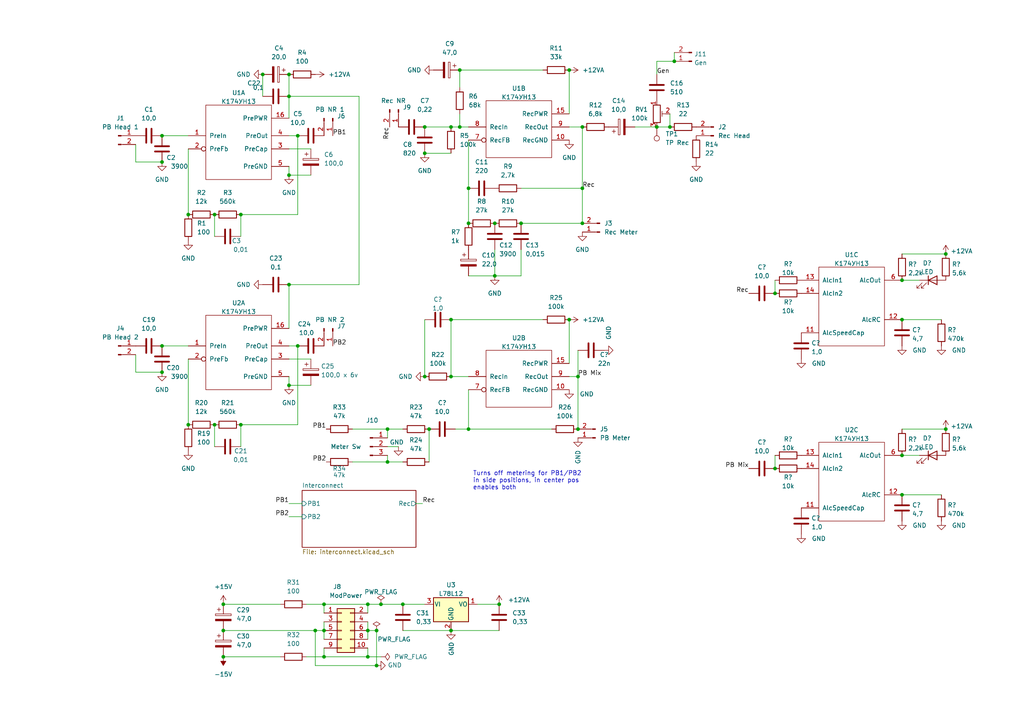
<source format=kicad_sch>
(kicad_sch (version 20211123) (generator eeschema)
  (paper "A4")
  (lib_symbols
    (symbol "Connector:Conn_01x02_Male" (pin_names (offset 1.016) hide)
      (property "Reference" "J" (at 0 2.54 0))
      (property "Value" "Conn_01x02_Male" (at 0 -5.08 0))
      (symbol "Conn_01x02_Male_1_1"
        (polyline (pts (xy 1.27 -2.54) (xy 0.8636 -2.54)) (stroke (width 0.1524)))
        (polyline (pts (xy 1.27 0) (xy 0.8636 0)) (stroke (width 0.1524)))
        (rectangle (start 0.8636 -2.413) (end 0 -2.667) (stroke (width 0.1524)) (fill (type outline)))
        (rectangle (start 0.8636 0.127) (end 0 -0.127) (stroke (width 0.1524)) (fill (type outline)))
        (pin passive line (at 5.08 0 180) (length 3.81) (name "Pin_1") (number "1"))
        (pin passive line (at 5.08 -2.54 180) (length 3.81) (name "Pin_2") (number "2"))
      )
    )
    (symbol "Connector:Conn_01x03_Male" (pin_names (offset 1.016) hide)
      (property "Reference" "J" (at 0 5.08 0))
      (property "Value" "Conn_01x03_Male" (at 0 -5.08 0))
      (symbol "Conn_01x03_Male_1_1"
        (polyline (pts (xy 1.27 -2.54) (xy 0.8636 -2.54)) (stroke (width 0.1524)))
        (polyline (pts (xy 1.27 0) (xy 0.8636 0)) (stroke (width 0.1524)))
        (polyline (pts (xy 1.27 2.54) (xy 0.8636 2.54)) (stroke (width 0.1524)))
        (rectangle (start 0.8636 -2.413) (end 0 -2.667) (stroke (width 0.1524)) (fill (type outline)))
        (rectangle (start 0.8636 0.127) (end 0 -0.127) (stroke (width 0.1524)) (fill (type outline)))
        (rectangle (start 0.8636 2.667) (end 0 2.413) (stroke (width 0.1524)) (fill (type outline)))
        (pin passive line (at 5.08 2.54 180) (length 3.81) (name "Pin_1") (number "1"))
        (pin passive line (at 5.08 0 180) (length 3.81) (name "Pin_2") (number "2"))
        (pin passive line (at 5.08 -2.54 180) (length 3.81) (name "Pin_3") (number "3"))
      )
    )
    (symbol "Connector:TestPoint" (pin_numbers hide) (pin_names (offset 0.762) hide)
      (property "Reference" "TP" (at 0 6.858 0))
      (property "Value" "TestPoint" (at 0 5.08 0))
      (symbol "TestPoint_0_1"
        (circle (center 0 3.302) (radius 0.762))
      )
      (symbol "TestPoint_1_1"
        (pin passive line (at 0 0 90) (length 2.54) (name "1") (number "1"))
      )
    )
    (symbol "Connector_Generic:Conn_02x05_Odd_Even" (pin_names (offset 1.016) hide)
      (property "Reference" "J" (at 1.27 7.62 0))
      (property "Value" "Conn_02x05_Odd_Even" (at 1.27 -7.62 0))
      (symbol "Conn_02x05_Odd_Even_1_1"
        (rectangle (start -1.27 -4.953) (end 0 -5.207) (stroke (width 0.1524)))
        (rectangle (start -1.27 -2.413) (end 0 -2.667) (stroke (width 0.1524)))
        (rectangle (start -1.27 0.127) (end 0 -0.127) (stroke (width 0.1524)))
        (rectangle (start -1.27 2.667) (end 0 2.413) (stroke (width 0.1524)))
        (rectangle (start -1.27 5.207) (end 0 4.953) (stroke (width 0.1524)))
        (rectangle (start -1.27 6.35) (end 3.81 -6.35) (stroke (width 0.254)) (fill (type background)))
        (rectangle (start 3.81 -4.953) (end 2.54 -5.207) (stroke (width 0.1524)))
        (rectangle (start 3.81 -2.413) (end 2.54 -2.667) (stroke (width 0.1524)))
        (rectangle (start 3.81 0.127) (end 2.54 -0.127) (stroke (width 0.1524)))
        (rectangle (start 3.81 2.667) (end 2.54 2.413) (stroke (width 0.1524)))
        (rectangle (start 3.81 5.207) (end 2.54 4.953) (stroke (width 0.1524)))
        (pin passive line (at -5.08 5.08 0) (length 3.81) (name "Pin_1") (number "1"))
        (pin passive line (at 7.62 -5.08 180) (length 3.81) (name "Pin_10") (number "10"))
        (pin passive line (at 7.62 5.08 180) (length 3.81) (name "Pin_2") (number "2"))
        (pin passive line (at -5.08 2.54 0) (length 3.81) (name "Pin_3") (number "3"))
        (pin passive line (at 7.62 2.54 180) (length 3.81) (name "Pin_4") (number "4"))
        (pin passive line (at -5.08 0 0) (length 3.81) (name "Pin_5") (number "5"))
        (pin passive line (at 7.62 0 180) (length 3.81) (name "Pin_6") (number "6"))
        (pin passive line (at -5.08 -2.54 0) (length 3.81) (name "Pin_7") (number "7"))
        (pin passive line (at 7.62 -2.54 180) (length 3.81) (name "Pin_8") (number "8"))
        (pin passive line (at -5.08 -5.08 0) (length 3.81) (name "Pin_9") (number "9"))
      )
    )
    (symbol "Device:C" (pin_numbers hide) (pin_names (offset 0.254))
      (property "Reference" "C" (at 0.635 2.54 0))
      (property "Value" "C" (at 0.635 -2.54 0))
      (symbol "C_0_1"
        (polyline (pts (xy -2.032 -0.762) (xy 2.032 -0.762)) (stroke (width 0.508)))
        (polyline (pts (xy -2.032 0.762) (xy 2.032 0.762)) (stroke (width 0.508)))
      )
      (symbol "C_1_1"
        (pin passive line (at 0 3.81 270) (length 2.794) (name "~") (number "1"))
        (pin passive line (at 0 -3.81 90) (length 2.794) (name "~") (number "2"))
      )
    )
    (symbol "Device:C_Polarized" (pin_numbers hide) (pin_names (offset 0.254))
      (property "Reference" "C" (at 0.635 2.54 0))
      (property "Value" "C_Polarized" (at 0.635 -2.54 0))
      (symbol "C_Polarized_0_1"
        (rectangle (start -2.286 0.508) (end 2.286 1.016))
        (polyline (pts (xy -1.778 2.286) (xy -0.762 2.286)))
        (polyline (pts (xy -1.27 2.794) (xy -1.27 1.778)))
        (rectangle (start 2.286 -0.508) (end -2.286 -1.016) (fill (type outline)))
      )
      (symbol "C_Polarized_1_1"
        (pin passive line (at 0 3.81 270) (length 2.794) (name "~") (number "1"))
        (pin passive line (at 0 -3.81 90) (length 2.794) (name "~") (number "2"))
      )
    )
    (symbol "Device:LED" (pin_numbers hide) (pin_names (offset 1.016) hide)
      (property "Reference" "D" (at 0 2.54 0))
      (property "Value" "LED" (at 0 -2.54 0))
      (symbol "LED_0_1"
        (polyline (pts (xy -1.27 -1.27) (xy -1.27 1.27)) (stroke (width 0.254)))
        (polyline (pts (xy -1.27 0) (xy 1.27 0)))
        (polyline (pts (xy 1.27 -1.27) (xy 1.27 1.27) (xy -1.27 0) (xy 1.27 -1.27)) (stroke (width 0.254)))
        (polyline (pts (xy -3.048 -0.762) (xy -4.572 -2.286) (xy -3.81 -2.286) (xy -4.572 -2.286) (xy -4.572 -1.524)))
        (polyline (pts (xy -1.778 -0.762) (xy -3.302 -2.286) (xy -2.54 -2.286) (xy -3.302 -2.286) (xy -3.302 -1.524)))
      )
      (symbol "LED_1_1"
        (pin passive line (at -3.81 0 0) (length 2.54) (name "K") (number "1"))
        (pin passive line (at 3.81 0 180) (length 2.54) (name "A") (number "2"))
      )
    )
    (symbol "Device:R" (pin_numbers hide) (pin_names (offset 0))
      (property "Reference" "R" (at 2.032 0 90))
      (property "Value" "R" (at 0 0 90))
      (symbol "R_0_1"
        (rectangle (start -1.016 -2.54) (end 1.016 2.54) (stroke (width 0.254)))
      )
      (symbol "R_1_1"
        (pin passive line (at 0 3.81 270) (length 1.27) (name "~") (number "1"))
        (pin passive line (at 0 -3.81 90) (length 1.27) (name "~") (number "2"))
      )
    )
    (symbol "Device:R_Potentiometer_Trim" (pin_names (offset 1.016) hide)
      (property "Reference" "RV" (at -4.445 0 90))
      (property "Value" "R_Potentiometer_Trim" (at -2.54 0 90))
      (symbol "R_Potentiometer_Trim_0_1"
        (polyline (pts (xy 1.524 0.762) (xy 1.524 -0.762)))
        (polyline (pts (xy 2.54 0) (xy 1.524 0)))
        (rectangle (start 1.016 2.54) (end -1.016 -2.54) (stroke (width 0.254)))
      )
      (symbol "R_Potentiometer_Trim_1_1"
        (pin passive line (at 0 3.81 270) (length 1.27) (name "1") (number "1"))
        (pin passive line (at 3.81 0 180) (length 1.27) (name "2") (number "2"))
        (pin passive line (at 0 -3.81 90) (length 1.27) (name "3") (number "3"))
      )
    )
    (symbol "Regulator_Linear:L78L12_TO92" (pin_names (offset 0.254))
      (property "Reference" "U" (at -3.81 3.175 0))
      (property "Value" "L78L12_TO92" (at 0 3.175 0))
      (symbol "L78L12_TO92_0_1"
        (rectangle (start -5.08 -5.08) (end 5.08 1.905) (stroke (width 0.254)) (fill (type background)))
      )
      (symbol "L78L12_TO92_1_1"
        (pin power_out line (at 7.62 0 180) (length 2.54) (name "VO") (number "1"))
        (pin power_in line (at 0 -7.62 90) (length 2.54) (name "GND") (number "2"))
        (pin power_in line (at -7.62 0 0) (length 2.54) (name "VI") (number "3"))
      )
    )
    (symbol "power:+12VA" (power) (pin_names (offset 0))
      (property "Value" "+12VA" (at 0 3.556 0))
      (symbol "+12VA_0_1"
        (polyline (pts (xy -0.762 1.27) (xy 0 2.54)))
        (polyline (pts (xy 0 0) (xy 0 2.54)))
        (polyline (pts (xy 0 2.54) (xy 0.762 1.27)))
      )
      (symbol "+12VA_1_1"
        (pin power_in line (at 0 0 90) (length 0) hide (name "+12VA") (number "1"))
      )
    )
    (symbol "power:+15V" (power) (pin_names (offset 0))
      (property "Value" "+15V" (at 0 3.556 0))
      (symbol "+15V_0_1"
        (polyline (pts (xy -0.762 1.27) (xy 0 2.54)))
        (polyline (pts (xy 0 0) (xy 0 2.54)))
        (polyline (pts (xy 0 2.54) (xy 0.762 1.27)))
      )
      (symbol "+15V_1_1"
        (pin power_in line (at 0 0 90) (length 0) hide (name "+15V") (number "1"))
      )
    )
    (symbol "power:-15V" (power) (pin_names (offset 0))
      (property "Value" "-15V" (at 0 3.81 0))
      (symbol "-15V_0_0"
        (pin power_in line (at 0 0 90) (length 0) hide (name "-15V") (number "1"))
      )
      (symbol "-15V_0_1"
        (polyline (pts (xy 0 0) (xy 0 1.27) (xy 0.762 1.27) (xy 0 2.54) (xy -0.762 1.27) (xy 0 1.27)) (fill (type outline)))
      )
    )
    (symbol "power:GND" (power) (pin_names (offset 0))
      (property "Value" "GND" (at 0 -3.81 0))
      (symbol "GND_0_1"
        (polyline (pts (xy 0 0) (xy 0 -1.27) (xy 1.27 -1.27) (xy 0 -2.54) (xy -1.27 -1.27) (xy 0 -1.27)))
      )
      (symbol "GND_1_1"
        (pin power_in line (at 0 0 270) (length 0) hide (name "GND") (number "1"))
      )
    )
    (symbol "power:PWR_FLAG" (power) (pin_numbers hide) (pin_names (offset 0) hide)
      (property "Value" "PWR_FLAG" (at 0 3.81 0))
      (symbol "PWR_FLAG_0_0"
        (pin power_out line (at 0 0 90) (length 0) (name "pwr") (number "1"))
      )
      (symbol "PWR_FLAG_0_1"
        (polyline (pts (xy 0 0) (xy 0 1.27) (xy -1.016 1.905) (xy 0 2.54) (xy 1.016 1.905) (xy 0 1.27)))
      )
    )
    (symbol "ussr_ic:К174УН13" (pin_names (offset 1.016))
      (property "Reference" "D" (at 0 21.59 0))
      (property "Value" "К174УН13" (at 0 19.05 0))
      (symbol "К174УН13_1_1"
        (rectangle (start -8.89 15.24) (end 10.16 -6.35))
        (pin input line (at -13.97 6.35 0) (length 5.08) (name "PreIn") (number "1"))
        (pin power_in line (at 15.24 11.43 180) (length 5.08) (name "PrePWR") (number "16"))
        (pin input inverted (at -13.97 2.54 0) (length 5.08) (name "PreFb") (number "2"))
        (pin output line (at 15.24 2.54 180) (length 5.08) (name "PreCap") (number "3"))
        (pin output line (at 15.24 6.35 180) (length 5.08) (name "PreOut") (number "4"))
        (pin power_in line (at 15.24 -2.54 180) (length 5.08) (name "PreGND") (number "5"))
      )
      (symbol "К174УН13_2_1"
        (rectangle (start 10.16 0) (end -8.89 16.51))
        (pin power_in line (at 15.24 5.08 180) (length 5.08) (name "RecGND") (number "10"))
        (pin power_in line (at 15.24 12.7 180) (length 5.08) (name "RecPWR") (number "15"))
        (pin input inverted (at -13.97 5.08 0) (length 5.08) (name "RecFB") (number "7"))
        (pin input line (at -13.97 8.89 0) (length 5.08) (name "RecIn") (number "8"))
        (pin output line (at 15.24 8.89 180) (length 5.08) (name "RecOut") (number "9"))
      )
      (symbol "К174УН13_3_1"
        (rectangle (start -8.89 15.24) (end 10.16 -7.62))
        (pin bidirectional line (at -13.97 -3.81 0) (length 5.08) (name "AlcSpeedCap") (number "11"))
        (pin output line (at 15.24 0 180) (length 5.08) (name "AlcRC") (number "12"))
        (pin input line (at -13.97 11.43 0) (length 5.08) (name "AlcIn1") (number "13"))
        (pin input line (at -13.97 7.62 0) (length 5.08) (name "AlcIn2") (number "14"))
        (pin open_collector line (at 15.24 11.43 180) (length 5.08) (name "AlcOut") (number "6"))
      )
    )
  )
  (junction (at 143.51 64.77))
  (junction (at 110.49 175.26))
  (junction (at 83.82 21.59))
  (junction (at 86.36 39.37))
  (junction (at 130.81 36.83))
  (junction (at 116.84 175.26))
  (junction (at 83.82 82.55))
  (junction (at 109.22 182.88))
  (junction (at 165.1 20.32))
  (junction (at 135.89 64.77))
  (junction (at 106.68 190.5))
  (junction (at 224.79 135.89))
  (junction (at 135.89 124.46))
  (junction (at 93.98 190.5))
  (junction (at 168.91 54.61))
  (junction (at 167.64 109.22))
  (junction (at 130.81 92.71))
  (junction (at 261.62 92.71))
  (junction (at 261.62 81.28))
  (junction (at 64.77 175.26))
  (junction (at 106.68 175.26))
  (junction (at 83.82 111.76))
  (junction (at 124.46 124.46))
  (junction (at 168.91 64.77))
  (junction (at 165.1 92.71))
  (junction (at 167.64 124.46))
  (junction (at 69.85 62.23))
  (junction (at 64.77 190.5))
  (junction (at 261.62 143.51))
  (junction (at 54.61 123.19))
  (junction (at 261.62 132.08))
  (junction (at 83.82 50.8))
  (junction (at 93.98 175.26))
  (junction (at 168.91 36.83))
  (junction (at 46.99 39.37))
  (junction (at 123.19 44.45))
  (junction (at 274.32 73.66))
  (junction (at 143.51 80.01))
  (junction (at 46.99 46.99))
  (junction (at 135.89 54.61))
  (junction (at 62.23 123.19))
  (junction (at 195.58 17.78))
  (junction (at 194.31 36.83))
  (junction (at 144.78 175.26))
  (junction (at 106.68 182.88))
  (junction (at 62.23 62.23))
  (junction (at 46.99 100.33))
  (junction (at 83.82 27.94))
  (junction (at 190.5 36.83))
  (junction (at 69.85 123.19))
  (junction (at 54.61 62.23))
  (junction (at 130.81 182.88))
  (junction (at 123.19 36.83))
  (junction (at 93.98 182.88))
  (junction (at 109.22 193.04))
  (junction (at 151.13 64.77))
  (junction (at 46.99 107.95))
  (junction (at 64.77 182.88))
  (junction (at 76.2 21.59))
  (junction (at 112.395 124.46))
  (junction (at 130.81 109.22))
  (junction (at 123.19 109.22))
  (junction (at 133.35 36.83))
  (junction (at 91.44 182.88))
  (junction (at 274.32 124.46))
  (junction (at 86.36 100.33))
  (junction (at 133.35 20.32))
  (junction (at 224.79 85.09))
  (junction (at 112.395 133.985))
  (wire (pts (xy 86.36 39.37) (xy 86.36 62.23)))
  (wire (pts (xy 106.68 182.88) (xy 106.68 185.42)))
  (wire (pts (xy 83.82 39.37) (xy 86.36 39.37)))
  (wire (pts (xy 39.37 107.95) (xy 46.99 107.95)))
  (wire (pts (xy 133.35 20.32) (xy 133.35 25.4)))
  (wire (pts (xy 168.91 64.77) (xy 168.91 54.61)))
  (wire (pts (xy 167.64 109.22) (xy 165.1 109.22)))
  (wire (pts (xy 224.79 81.28) (xy 224.79 85.09)))
  (wire (pts (xy 123.19 92.71) (xy 123.19 109.22)))
  (wire (pts (xy 151.13 64.77) (xy 168.91 64.77)))
  (wire (pts (xy 102.235 124.46) (xy 112.395 124.46)))
  (wire (pts (xy 151.13 80.01) (xy 143.51 80.01)))
  (wire (pts (xy 106.68 175.26) (xy 110.49 175.26)))
  (wire (pts (xy 151.13 54.61) (xy 168.91 54.61)))
  (wire (pts (xy 168.91 54.61) (xy 168.91 36.83)))
  (wire (pts (xy 83.82 43.18) (xy 90.17 43.18)))
  (wire (pts (xy 184.15 36.83) (xy 190.5 36.83)))
  (wire (pts (xy 116.84 175.26) (xy 123.19 175.26)))
  (wire (pts (xy 224.79 132.08) (xy 224.79 135.89)))
  (wire (pts (xy 135.89 113.03) (xy 135.89 124.46)))
  (wire (pts (xy 133.35 33.02) (xy 133.35 36.83)))
  (wire (pts (xy 120.65 146.05) (xy 122.555 146.05)))
  (wire (pts (xy 151.13 72.39) (xy 151.13 80.01)))
  (wire (pts (xy 135.89 36.83) (xy 133.35 36.83)))
  (wire (pts (xy 54.61 104.14) (xy 54.61 123.19)))
  (wire (pts (xy 88.9 190.5) (xy 93.98 190.5)))
  (wire (pts (xy 112.395 127) (xy 112.395 124.46)))
  (wire (pts (xy 39.37 102.87) (xy 39.37 107.95)))
  (wire (pts (xy 69.85 62.23) (xy 69.85 68.58)))
  (wire (pts (xy 64.77 175.26) (xy 81.28 175.26)))
  (wire (pts (xy 83.82 146.05) (xy 87.63 146.05)))
  (wire (pts (xy 93.98 175.26) (xy 106.68 175.26)))
  (wire (pts (xy 109.22 182.88) (xy 109.22 193.04)))
  (wire (pts (xy 64.77 190.5) (xy 81.28 190.5)))
  (wire (pts (xy 83.82 82.55) (xy 83.82 95.25)))
  (wire (pts (xy 261.62 73.66) (xy 274.32 73.66)))
  (wire (pts (xy 83.82 149.86) (xy 87.63 149.86)))
  (wire (pts (xy 39.37 46.99) (xy 46.99 46.99)))
  (wire (pts (xy 112.395 133.985) (xy 112.395 132.08)))
  (wire (pts (xy 143.51 80.01) (xy 135.89 80.01)))
  (wire (pts (xy 91.44 193.04) (xy 91.44 182.88)))
  (wire (pts (xy 64.77 182.88) (xy 91.44 182.88)))
  (wire (pts (xy 102.235 133.985) (xy 112.395 133.985)))
  (wire (pts (xy 106.68 180.34) (xy 106.68 182.88)))
  (wire (pts (xy 165.1 20.32) (xy 165.1 33.02)))
  (wire (pts (xy 261.62 143.51) (xy 273.05 143.51)))
  (wire (pts (xy 83.82 109.22) (xy 83.82 111.76)))
  (wire (pts (xy 104.14 27.94) (xy 83.82 27.94)))
  (wire (pts (xy 106.68 182.88) (xy 109.22 182.88)))
  (wire (pts (xy 112.395 124.46) (xy 116.84 124.46)))
  (wire (pts (xy 104.14 82.55) (xy 104.14 27.94)))
  (wire (pts (xy 83.82 100.33) (xy 86.36 100.33)))
  (wire (pts (xy 86.36 100.33) (xy 86.36 123.19)))
  (wire (pts (xy 261.62 81.28) (xy 266.7 81.28)))
  (wire (pts (xy 123.19 36.83) (xy 130.81 36.83)))
  (wire (pts (xy 83.82 21.59) (xy 83.82 27.94)))
  (wire (pts (xy 261.62 92.71) (xy 273.05 92.71)))
  (wire (pts (xy 138.43 175.26) (xy 144.78 175.26)))
  (wire (pts (xy 167.64 124.46) (xy 167.64 109.22)))
  (wire (pts (xy 86.36 123.19) (xy 69.85 123.19)))
  (wire (pts (xy 195.58 17.78) (xy 190.5 17.78)))
  (wire (pts (xy 115.57 129.54) (xy 112.395 129.54)))
  (wire (pts (xy 132.08 124.46) (xy 135.89 124.46)))
  (wire (pts (xy 83.82 82.55) (xy 104.14 82.55)))
  (wire (pts (xy 261.62 124.46) (xy 274.32 124.46)))
  (wire (pts (xy 123.19 44.45) (xy 130.81 44.45)))
  (wire (pts (xy 86.36 62.23) (xy 69.85 62.23)))
  (wire (pts (xy 190.5 17.78) (xy 190.5 21.59)))
  (wire (pts (xy 62.23 123.19) (xy 62.23 129.54)))
  (wire (pts (xy 106.68 175.26) (xy 106.68 177.8)))
  (wire (pts (xy 135.89 40.64) (xy 135.89 54.61)))
  (wire (pts (xy 168.91 36.83) (xy 165.1 36.83)))
  (wire (pts (xy 106.68 190.5) (xy 93.98 190.5)))
  (wire (pts (xy 194.31 36.83) (xy 190.5 36.83)))
  (wire (pts (xy 39.37 41.91) (xy 39.37 46.99)))
  (wire (pts (xy 83.82 48.26) (xy 83.82 50.8)))
  (wire (pts (xy 91.44 182.88) (xy 93.98 182.88)))
  (wire (pts (xy 83.82 104.14) (xy 90.17 104.14)))
  (wire (pts (xy 130.81 36.83) (xy 133.35 36.83)))
  (wire (pts (xy 135.89 54.61) (xy 135.89 64.77)))
  (wire (pts (xy 62.23 62.23) (xy 62.23 68.58)))
  (wire (pts (xy 93.98 190.5) (xy 93.98 187.96)))
  (wire (pts (xy 194.31 33.02) (xy 194.31 36.83)))
  (wire (pts (xy 135.89 124.46) (xy 160.02 124.46)))
  (wire (pts (xy 83.82 27.94) (xy 83.82 34.29)))
  (wire (pts (xy 261.62 132.08) (xy 266.7 132.08)))
  (wire (pts (xy 167.64 101.6) (xy 167.64 109.22)))
  (wire (pts (xy 88.9 175.26) (xy 93.98 175.26)))
  (wire (pts (xy 133.35 20.32) (xy 157.48 20.32)))
  (wire (pts (xy 130.81 92.71) (xy 130.81 109.22)))
  (wire (pts (xy 165.1 92.71) (xy 165.1 105.41)))
  (wire (pts (xy 93.98 180.34) (xy 93.98 182.88)))
  (wire (pts (xy 106.68 190.5) (xy 110.49 190.5)))
  (wire (pts (xy 130.81 109.22) (xy 135.89 109.22)))
  (wire (pts (xy 124.46 124.46) (xy 124.46 133.985)))
  (wire (pts (xy 130.81 92.71) (xy 157.48 92.71)))
  (wire (pts (xy 109.22 193.04) (xy 91.44 193.04)))
  (wire (pts (xy 195.58 15.24) (xy 195.58 17.78)))
  (wire (pts (xy 106.68 187.96) (xy 106.68 190.5)))
  (wire (pts (xy 69.85 123.19) (xy 69.85 129.54)))
  (wire (pts (xy 46.99 39.37) (xy 54.61 39.37)))
  (wire (pts (xy 143.51 72.39) (xy 143.51 80.01)))
  (wire (pts (xy 110.49 175.26) (xy 116.84 175.26)))
  (wire (pts (xy 130.81 182.88) (xy 144.78 182.88)))
  (wire (pts (xy 93.98 177.8) (xy 93.98 175.26)))
  (wire (pts (xy 46.99 100.33) (xy 54.61 100.33)))
  (wire (pts (xy 83.82 50.8) (xy 90.17 50.8)))
  (wire (pts (xy 112.395 133.985) (xy 116.84 133.985)))
  (wire (pts (xy 76.2 21.59) (xy 76.2 27.94)))
  (wire (pts (xy 83.82 111.76) (xy 90.17 111.76)))
  (wire (pts (xy 116.84 182.88) (xy 130.81 182.88)))
  (wire (pts (xy 93.98 182.88) (xy 93.98 185.42)))
  (wire (pts (xy 54.61 43.18) (xy 54.61 62.23)))
  (text "Turns off metering for PB1/PB2\nin side positions, in center pos\nenables both" (at 137.16 142.24 0) (effects (font (size 1.27 1.27)) (justify left bottom)))
  (label "PB Mix" (at 167.64 109.22 0))
  (label "Gen" (at 190.5 21.59 0))
  (label "PB Mix" (at 217.17 135.89 180))
  (label "PB2" (at 96.52 100.33 0))
  (label "Rec" (at 113.03 36.83 270))
  (label "PB2" (at 83.82 149.86 180))
  (label "PB1" (at 83.82 146.05 180))
  (label "PB2" (at 94.615 133.985 180))
  (label "PB1" (at 96.52 39.37 0))
  (label "Rec" (at 122.555 146.05 0))
  (label "Rec" (at 168.91 54.61 0))
  (label "Rec" (at 217.17 85.09 180))
  (label "PB1" (at 94.615 124.46 180))
  (symbol (lib_id "power:GND") (at 130.81 182.88 0) (unit 1)
    (property "Reference" "#PWR0106" (effects hide))
    (property "Value" "GND" (at 130.937 186.1312 90) (effects (justify right)))
  )
  (symbol (lib_id "ussr_ic:К174УН13") (at 246.38 143.51 0) (unit 3)
    (property "Reference" "U2" (at 247.015 124.6972 0))
    (property "Value" "К174УН13" (at 247.015 127.2341 0))
    (property "Footprint" "Package_DIP:DIP-16_W7.62mm_LongPads" (effects hide))
  )
  (symbol (lib_id "ussr_ic:К174УН13") (at 246.38 92.71 0) (unit 3)
    (property "Reference" "U1" (at 247.015 73.8972 0))
    (property "Value" "К174УН13" (at 247.015 76.4341 0))
    (property "Footprint" "Package_DIP:DIP-16_W7.62mm_LongPads" (effects hide))
  )
  (symbol (lib_id "power:GND") (at 123.19 109.22 270) (unit 1)
    (property "Reference" "#PWR018" (effects hide))
    (property "Value" "GND" (at 115.57 109.22 90) (effects (justify left)))
  )
  (symbol (lib_id "power:GND") (at 201.93 46.99 0) (unit 1)
    (property "Reference" "#PWR011" (effects hide))
    (property "Value" "GND" (at 201.93 52.07 0))
  )
  (symbol (lib_id "Connector_Generic:Conn_02x05_Odd_Even") (at 99.06 182.88 0) (unit 1)
    (property "Reference" "J8" (at 97.79 170.18 0))
    (property "Value" "ModPower" (at 100.33 172.72 0))
    (property "Footprint" "Connector_PinHeader_2.54mm:PinHeader_2x05_P2.54mm_Vertical" (effects hide))
  )
  (symbol (lib_id "Device:R_Potentiometer_Trim") (at 190.5 33.02 0) (unit 1)
    (property "Reference" "RV1" (at 187.96 31.7499 0) (effects (justify right)))
    (property "Value" "100k" (at 187.96 34.2899 0) (effects (justify right)))
    (property "Footprint" "Potentiometer_THT:Potentiometer_Runtron_RM-065_Vertical" (effects hide))
  )
  (symbol (lib_id "Device:C") (at 43.18 39.37 90) (unit 1)
    (property "Reference" "C1" (at 43.18 31.75 90))
    (property "Value" "10,0" (at 43.18 34.29 90))
    (property "Footprint" "Capacitor_SMD:C_0805_2012Metric_Pad1.18x1.45mm_HandSolder" (effects hide))
  )
  (symbol (lib_id "ussr_ic:К174УН13") (at 68.58 45.72 0) (unit 1)
    (property "Reference" "U1" (at 69.215 26.9072 0))
    (property "Value" "К174УН13" (at 69.215 29.4441 0))
    (property "Footprint" "Package_DIP:DIP-16_W7.62mm_LongPads" (effects hide))
  )
  (symbol (lib_id "power:+12VA") (at 144.78 175.26 0) (unit 1)
    (property "Reference" "#PWR0107" (effects hide))
    (property "Value" "+12VA" (at 147.32 173.9899 0) (effects (justify left)))
  )
  (symbol (lib_id "power:GND") (at 54.61 69.85 0) (unit 1)
    (property "Reference" "#PWR02" (effects hide))
    (property "Value" "GND" (at 54.61 74.93 0))
  )
  (symbol (lib_id "Device:R") (at 54.61 127 0) (unit 1)
    (property "Reference" "R19" (at 57.15 125.7299 0) (effects (justify left)))
    (property "Value" "100" (at 57.15 128.2699 0) (effects (justify left)))
    (property "Footprint" "Resistor_SMD:R_1206_3216Metric_Pad1.30x1.75mm_HandSolder" (effects hide))
  )
  (symbol (lib_id "Connector:Conn_01x02_Male") (at 173.99 67.31 180) (unit 1)
    (property "Reference" "J3" (at 175.26 64.7699 0) (effects (justify right)))
    (property "Value" "Rec Meter" (at 175.26 67.3099 0) (effects (justify right)))
    (property "Footprint" "Connector_PinHeader_2.54mm:PinHeader_1x02_P2.54mm_Vertical" (effects hide))
  )
  (symbol (lib_id "Connector:Conn_01x02_Male") (at 200.66 17.78 180) (unit 1)
    (property "Reference" "J11" (at 201.3712 15.6753 0) (effects (justify right)))
    (property "Value" "Gen" (at 201.3712 18.2122 0) (effects (justify right)))
    (property "Footprint" "Connector_PinHeader_2.54mm:PinHeader_1x02_P2.54mm_Vertical" (effects hide))
  )
  (symbol (lib_id "Device:C") (at 116.84 179.07 180) (unit 1)
    (property "Reference" "C31" (at 120.65 177.7999 0) (effects (justify right)))
    (property "Value" "0,33" (at 120.65 180.3399 0) (effects (justify right)))
    (property "Footprint" "Capacitor_SMD:C_0805_2012Metric_Pad1.18x1.45mm_HandSolder" (effects hide))
  )
  (symbol (lib_id "Device:C_Polarized") (at 64.77 186.69 0) (unit 1)
    (property "Reference" "C30" (at 68.58 184.5309 0) (effects (justify left)))
    (property "Value" "47,0" (at 68.58 187.0709 0) (effects (justify left)))
    (property "Footprint" "Capacitor_THT:CP_Radial_D6.3mm_P2.50mm" (effects hide))
  )
  (symbol (lib_id "power:+12VA") (at 165.1 20.32 270) (unit 1)
    (property "Reference" "#PWR09" (effects hide))
    (property "Value" "+12VA" (at 168.91 20.3199 90) (effects (justify left)))
  )
  (symbol (lib_id "Device:R") (at 198.12 36.83 270) (unit 1)
    (property "Reference" "R13" (at 198.12 30.48 90))
    (property "Value" "22" (at 198.12 33.02 90))
    (property "Footprint" "Resistor_THT:R_Axial_DIN0309_L9.0mm_D3.2mm_P2.54mm_Vertical" (effects hide))
  )
  (symbol (lib_id "Device:R") (at 98.425 133.985 270) (unit 1)
    (property "Reference" "R34" (at 98.425 135.89 90))
    (property "Value" "47k" (at 98.425 137.795 90))
    (property "Footprint" "Resistor_SMD:R_1206_3216Metric_Pad1.30x1.75mm_HandSolder" (effects hide))
  )
  (symbol (lib_id "power:+12VA") (at 274.32 73.66 0) (unit 1)
    (property "Reference" "#PWR?" (effects hide))
    (property "Value" "+12VA" (at 275.717 72.8238 0) (effects (justify left)))
  )
  (symbol (lib_id "Device:C") (at 232.41 151.13 180) (unit 1)
    (property "Reference" "C?" (at 235.331 150.2953 0) (effects (justify right)))
    (property "Value" "1,0" (at 235.331 152.8322 0) (effects (justify right)))
    (property "Footprint" "Capacitor_SMD:C_0805_2012Metric_Pad1.18x1.45mm_HandSolder" (effects hide))
  )
  (symbol (lib_id "Connector:Conn_01x02_Male") (at 96.52 34.29 270) (unit 1)
    (property "Reference" "J6" (at 97.79 33.6549 90) (effects (justify left)))
    (property "Value" "PB NR 1" (at 91.44 31.75 90) (effects (justify left)))
    (property "Footprint" "Connector_PinHeader_2.54mm:PinHeader_1x02_P2.54mm_Vertical" (effects hide))
  )
  (symbol (lib_id "Device:C") (at 46.99 43.18 0) (unit 1)
    (property "Reference" "C2" (at 48.26 45.72 0) (effects (justify left)))
    (property "Value" "3900" (at 49.53 48.26 0) (effects (justify left)))
    (property "Footprint" "Capacitor_SMD:C_0805_2012Metric_Pad1.18x1.45mm_HandSolder" (effects hide))
  )
  (symbol (lib_id "Device:R") (at 228.6 132.08 90) (unit 1)
    (property "Reference" "R?" (at 228.6 127.3642 90))
    (property "Value" "10k" (at 228.6 129.9011 90))
    (property "Footprint" "Resistor_SMD:R_1206_3216Metric_Pad1.30x1.75mm_HandSolder" (effects hide))
  )
  (symbol (lib_id "Device:R") (at 273.05 96.52 180) (unit 1)
    (property "Reference" "R?" (at 274.828 95.6853 0) (effects (justify right)))
    (property "Value" "470k" (at 274.828 98.2222 0) (effects (justify right)))
    (property "Footprint" "Resistor_SMD:R_1206_3216Metric_Pad1.30x1.75mm_HandSolder" (effects hide))
  )
  (symbol (lib_id "Device:R") (at 139.7 64.77 90) (unit 1)
    (property "Reference" "R8" (at 139.7 58.42 90))
    (property "Value" "27k" (at 139.7 60.96 90))
    (property "Footprint" "Resistor_SMD:R_1206_3216Metric_Pad1.30x1.75mm_HandSolder" (effects hide))
  )
  (symbol (lib_id "power:+12VA") (at 165.1 92.71 270) (unit 1)
    (property "Reference" "#PWR019" (effects hide))
    (property "Value" "+12VA" (at 168.91 92.7099 90) (effects (justify left)))
  )
  (symbol (lib_id "Device:R") (at 130.81 40.64 180) (unit 1)
    (property "Reference" "R5" (at 133.35 39.3699 0) (effects (justify right)))
    (property "Value" "100k" (at 133.35 41.9099 0) (effects (justify right)))
    (property "Footprint" "Resistor_SMD:R_1206_3216Metric_Pad1.30x1.75mm_HandSolder" (effects hide))
  )
  (symbol (lib_id "power:GND") (at 123.19 44.45 0) (unit 1)
    (property "Reference" "#PWR06" (effects hide))
    (property "Value" "GND" (at 123.19 49.53 0))
  )
  (symbol (lib_id "power:GND") (at 143.51 80.01 0) (unit 1)
    (property "Reference" "#PWR08" (effects hide))
    (property "Value" "GND" (at 143.51 85.09 0))
  )
  (symbol (lib_id "ussr_ic:К174УН13") (at 149.86 45.72 0) (unit 2)
    (property "Reference" "U1" (at 150.495 25.6372 0))
    (property "Value" "К174УН13" (at 150.495 28.1741 0))
    (property "Footprint" "Package_DIP:DIP-16_W7.62mm_LongPads" (effects hide))
  )
  (symbol (lib_id "power:GND") (at 273.05 100.33 0) (unit 1)
    (property "Reference" "#PWR?" (effects hide))
    (property "Value" "GND" (at 278.13 101.6 0))
  )
  (symbol (lib_id "power:GND") (at 167.64 127 0) (unit 1)
    (property "Reference" "#PWR0101" (effects hide))
    (property "Value" "GND" (at 167.64 134.62 90) (effects (justify left)))
  )
  (symbol (lib_id "Device:R") (at 120.65 133.985 270) (unit 1)
    (property "Reference" "R24" (at 120.65 127.635 90))
    (property "Value" "47k" (at 120.65 130.175 90))
    (property "Footprint" "Resistor_SMD:R_1206_3216Metric_Pad1.30x1.75mm_HandSolder" (effects hide))
  )
  (symbol (lib_id "Connector:Conn_01x02_Male") (at 34.29 39.37 0) (unit 1)
    (property "Reference" "J1" (at 34.925 34.29 0))
    (property "Value" "PB Head 1" (at 34.925 36.83 0))
    (property "Footprint" "Connector_PinHeader_2.54mm:PinHeader_1x02_P2.54mm_Vertical" (effects hide))
  )
  (symbol (lib_id "Device:R") (at 228.6 135.89 270) (unit 1)
    (property "Reference" "R?" (at 228.6 138.43 90))
    (property "Value" "10k" (at 228.6 140.97 90))
    (property "Footprint" "Resistor_SMD:R_1206_3216Metric_Pad1.30x1.75mm_HandSolder" (effects hide))
  )
  (symbol (lib_id "Connector:Conn_01x02_Male") (at 96.52 95.25 270) (unit 1)
    (property "Reference" "J7" (at 97.79 94.6149 90) (effects (justify left)))
    (property "Value" "PB NR 2" (at 91.44 92.71 90) (effects (justify left)))
    (property "Footprint" "Connector_PinHeader_2.54mm:PinHeader_1x02_P2.54mm_Vertical" (effects hide))
  )
  (symbol (lib_id "Device:C") (at 220.98 85.09 90) (unit 1)
    (property "Reference" "C?" (at 220.98 77.47 90))
    (property "Value" "10,0" (at 220.98 80.01 90))
    (property "Footprint" "Capacitor_SMD:C_0805_2012Metric_Pad1.18x1.45mm_HandSolder" (effects hide))
  )
  (symbol (lib_id "Device:R") (at 66.04 62.23 90) (unit 1)
    (property "Reference" "R3" (at 66.04 55.88 90))
    (property "Value" "560k" (at 66.04 58.42 90))
    (property "Footprint" "Resistor_SMD:R_1206_3216Metric_Pad1.30x1.75mm_HandSolder" (effects hide))
  )
  (symbol (lib_id "power:GND") (at 232.41 154.94 0) (unit 1)
    (property "Reference" "#PWR?" (effects hide))
    (property "Value" "GND" (at 237.49 156.21 0))
  )
  (symbol (lib_id "power:PWR_FLAG") (at 110.49 190.5 270) (unit 1)
    (property "Reference" "#FLG0102" (effects hide))
    (property "Value" "PWR_FLAG" (at 114.3 190.4999 90) (effects (justify left)))
  )
  (symbol (lib_id "Device:R") (at 161.29 20.32 90) (unit 1)
    (property "Reference" "R11" (at 161.29 13.97 90))
    (property "Value" "33k" (at 161.29 16.51 90))
    (property "Footprint" "Resistor_SMD:R_1206_3216Metric_Pad1.30x1.75mm_HandSolder" (effects hide))
  )
  (symbol (lib_id "Device:C") (at 128.27 124.46 90) (unit 1)
    (property "Reference" "C?" (at 128.27 116.84 90))
    (property "Value" "10,0" (at 128.27 119.38 90))
    (property "Footprint" "Capacitor_SMD:C_0805_2012Metric_Pad1.18x1.45mm_HandSolder" (effects hide))
  )
  (symbol (lib_id "Device:R") (at 58.42 123.19 90) (unit 1)
    (property "Reference" "R20" (at 58.42 116.84 90))
    (property "Value" "12k" (at 58.42 119.38 90))
    (property "Footprint" "Resistor_SMD:R_1206_3216Metric_Pad1.30x1.75mm_HandSolder" (effects hide))
  )
  (symbol (lib_id "Device:C") (at 190.5 25.4 180) (unit 1)
    (property "Reference" "C16" (at 194.31 24.1299 0) (effects (justify right)))
    (property "Value" "510" (at 194.31 26.6699 0) (effects (justify right)))
    (property "Footprint" "Capacitor_SMD:C_0805_2012Metric_Pad1.18x1.45mm_HandSolder" (effects hide))
  )
  (symbol (lib_id "Device:R") (at 66.04 123.19 90) (unit 1)
    (property "Reference" "R21" (at 66.04 116.84 90))
    (property "Value" "560k" (at 66.04 119.38 90))
    (property "Footprint" "Resistor_SMD:R_1206_3216Metric_Pad1.30x1.75mm_HandSolder" (effects hide))
  )
  (symbol (lib_id "Device:C") (at 151.13 68.58 0) (unit 1)
    (property "Reference" "C13" (at 152.4 71.12 0) (effects (justify left)))
    (property "Value" "0,015" (at 152.4 73.66 0) (effects (justify left)))
    (property "Footprint" "Capacitor_SMD:C_0805_2012Metric_Pad1.18x1.45mm_HandSolder" (effects hide))
  )
  (symbol (lib_id "Device:C") (at 66.04 129.54 90) (unit 1)
    (property "Reference" "C21" (at 69.85 130.81 90))
    (property "Value" "0,01" (at 69.85 133.35 90))
    (property "Footprint" "Capacitor_SMD:C_0805_2012Metric_Pad1.18x1.45mm_HandSolder" (effects hide))
  )
  (symbol (lib_id "Device:R") (at 163.83 124.46 270) (unit 1)
    (property "Reference" "R26" (at 163.83 118.11 90))
    (property "Value" "100k" (at 163.83 120.65 90))
    (property "Footprint" "Resistor_SMD:R_1206_3216Metric_Pad1.30x1.75mm_HandSolder" (effects hide))
  )
  (symbol (lib_id "power:+12VA") (at 274.32 124.46 0) (unit 1)
    (property "Reference" "#PWR?" (effects hide))
    (property "Value" "+12VA" (at 275.717 123.6238 0) (effects (justify left)))
  )
  (symbol (lib_id "power:GND") (at 165.1 113.03 0) (unit 1)
    (property "Reference" "#PWR020" (effects hide))
    (property "Value" "GND" (at 170.18 114.3 0))
  )
  (symbol (lib_id "power:GND") (at 165.1 40.64 0) (unit 1)
    (property "Reference" "#PWR010" (effects hide))
    (property "Value" "GND" (at 165.1 45.72 0))
  )
  (symbol (lib_id "Connector:Conn_01x02_Male") (at 172.72 127 180) (unit 1)
    (property "Reference" "J5" (at 173.99 124.4599 0) (effects (justify right)))
    (property "Value" "PB Meter" (at 173.99 126.9999 0) (effects (justify right)))
    (property "Footprint" "Connector_PinHeader_2.54mm:PinHeader_1x02_P2.54mm_Vertical" (effects hide))
  )
  (symbol (lib_id "power:PWR_FLAG") (at 110.49 175.26 0) (unit 1)
    (property "Reference" "#FLG0103" (effects hide))
    (property "Value" "PWR_FLAG" (at 110.49 171.6842 0))
  )
  (symbol (lib_id "power:GND") (at 273.05 151.13 0) (unit 1)
    (property "Reference" "#PWR?" (effects hide))
    (property "Value" "GND" (at 278.13 152.4 0))
  )
  (symbol (lib_id "power:GND") (at 168.91 67.31 0) (unit 1)
    (property "Reference" "#PWR0102" (effects hide))
    (property "Value" "GND" (at 168.91 72.39 0))
  )
  (symbol (lib_id "Connector:Conn_01x03_Male") (at 107.315 129.54 0) (unit 1)
    (property "Reference" "J10" (at 107.95 121.92 0))
    (property "Value" "Meter Sw" (at 100.33 129.54 0))
    (property "Footprint" "Connector_PinHeader_2.54mm:PinHeader_1x03_P2.54mm_Vertical" (effects hide))
  )
  (symbol (lib_id "Device:R") (at 54.61 66.04 0) (unit 1)
    (property "Reference" "R1" (at 57.15 64.7699 0) (effects (justify left)))
    (property "Value" "100" (at 57.15 67.3099 0) (effects (justify left)))
    (property "Footprint" "Resistor_SMD:R_1206_3216Metric_Pad1.30x1.75mm_HandSolder" (effects hide))
  )
  (symbol (lib_id "Device:C") (at 139.7 54.61 90) (unit 1)
    (property "Reference" "C11" (at 139.7 46.99 90))
    (property "Value" "220" (at 139.7 49.53 90))
    (property "Footprint" "Capacitor_SMD:C_0805_2012Metric_Pad1.18x1.45mm_HandSolder" (effects hide))
  )
  (symbol (lib_id "Device:C_Polarized") (at 90.17 107.95 0) (unit 1)
    (property "Reference" "C25" (at 93.091 106.2263 0) (effects (justify left)))
    (property "Value" "100,0 x 6v" (at 93.091 108.7632 0) (effects (justify left)))
    (property "Footprint" "Capacitor_THT:CP_Radial_D7.5mm_P2.50mm" (effects hide))
  )
  (symbol (lib_id "Device:C_Polarized") (at 129.54 20.32 270) (unit 1)
    (property "Reference" "C9" (at 130.429 12.7 90))
    (property "Value" "47,0" (at 130.429 15.24 90))
    (property "Footprint" "Capacitor_THT:CP_Radial_D6.3mm_P2.50mm" (effects hide))
  )
  (symbol (lib_id "Device:C_Polarized") (at 64.77 179.07 0) (unit 1)
    (property "Reference" "C29" (at 68.58 176.9109 0) (effects (justify left)))
    (property "Value" "47,0" (at 68.58 179.4509 0) (effects (justify left)))
    (property "Footprint" "Capacitor_THT:CP_Radial_D6.3mm_P2.50mm" (effects hide))
  )
  (symbol (lib_id "Device:C") (at 80.01 27.94 90) (unit 1)
    (property "Reference" "C22" (at 73.66 24.13 90))
    (property "Value" "0,1" (at 74.93 25.4 90))
    (property "Footprint" "Capacitor_SMD:C_1206_3216Metric_Pad1.33x1.80mm_HandSolder" (effects hide))
  )
  (symbol (lib_id "power:GND") (at 83.82 50.8 0) (unit 1)
    (property "Reference" "#PWR04" (effects hide))
    (property "Value" "GND" (at 83.82 55.88 0))
  )
  (symbol (lib_id "Device:R") (at 261.62 128.27 180) (unit 1)
    (property "Reference" "R?" (at 263.398 127.4353 0) (effects (justify right)))
    (property "Value" "2,2k" (at 263.398 129.9722 0) (effects (justify right)))
    (property "Footprint" "Resistor_SMD:R_1206_3216Metric_Pad1.30x1.75mm_HandSolder" (effects hide))
  )
  (symbol (lib_id "Connector:Conn_01x02_Male") (at 207.01 39.37 180) (unit 1)
    (property "Reference" "J2" (at 208.28 36.8299 0) (effects (justify right)))
    (property "Value" "Rec Head" (at 208.28 39.3699 0) (effects (justify right)))
    (property "Footprint" "Connector_PinHeader_2.54mm:PinHeader_1x02_P2.54mm_Vertical" (effects hide))
  )
  (symbol (lib_id "power:GND") (at 115.57 129.54 0) (unit 1)
    (property "Reference" "#PWR0104" (effects hide))
    (property "Value" "GND" (at 113.03 128.27 0) (effects (justify left)))
  )
  (symbol (lib_id "Device:R") (at 147.32 64.77 90) (unit 1)
    (property "Reference" "R10" (at 147.32 58.42 90))
    (property "Value" "27k" (at 147.32 60.96 90))
    (property "Footprint" "Resistor_SMD:R_1206_3216Metric_Pad1.30x1.75mm_HandSolder" (effects hide))
  )
  (symbol (lib_id "power:GND") (at 54.61 130.81 0) (unit 1)
    (property "Reference" "#PWR015" (effects hide))
    (property "Value" "GND" (at 54.61 135.89 0))
  )
  (symbol (lib_id "power:GND") (at 76.2 82.55 270) (unit 1)
    (property "Reference" "#PWR016" (effects hide))
    (property "Value" "GND" (at 68.58 82.55 90) (effects (justify left)))
  )
  (symbol (lib_id "Device:R") (at 87.63 21.59 90) (unit 1)
    (property "Reference" "R4" (at 87.63 15.24 90))
    (property "Value" "100" (at 87.63 17.78 90))
    (property "Footprint" "Resistor_SMD:R_1206_3216Metric_Pad1.30x1.75mm_HandSolder" (effects hide))
  )
  (symbol (lib_id "Connector:Conn_01x02_Male") (at 34.29 100.33 0) (unit 1)
    (property "Reference" "J4" (at 34.925 95.25 0))
    (property "Value" "PB Head 2" (at 34.925 97.79 0))
    (property "Footprint" "Connector_PinHeader_2.54mm:PinHeader_1x02_P2.54mm_Vertical" (effects hide))
  )
  (symbol (lib_id "Device:R") (at 85.09 175.26 90) (unit 1)
    (property "Reference" "R31" (at 85.09 168.91 90))
    (property "Value" "100" (at 85.09 171.45 90))
    (property "Footprint" "Resistor_SMD:R_1206_3216Metric_Pad1.30x1.75mm_HandSolder" (effects hide))
  )
  (symbol (lib_id "Device:C") (at 46.99 104.14 0) (unit 1)
    (property "Reference" "C20" (at 48.26 106.68 0) (effects (justify left)))
    (property "Value" "3900" (at 49.53 109.22 0) (effects (justify left)))
    (property "Footprint" "Capacitor_SMD:C_0805_2012Metric_Pad1.18x1.45mm_HandSolder" (effects hide))
  )
  (symbol (lib_id "ussr_ic:К174УН13") (at 68.58 106.68 0) (unit 1)
    (property "Reference" "U2" (at 69.215 87.8672 0))
    (property "Value" "К174УН13" (at 69.215 90.4041 0))
    (property "Footprint" "Package_DIP:DIP-16_W7.62mm_LongPads" (effects hide))
  )
  (symbol (lib_id "power:GND") (at 125.73 20.32 270) (unit 1)
    (property "Reference" "#PWR07" (effects hide))
    (property "Value" "GND" (at 118.11 20.32 90) (effects (justify left)))
  )
  (symbol (lib_id "Device:R") (at 261.62 77.47 180) (unit 1)
    (property "Reference" "R?" (at 263.398 76.6353 0) (effects (justify right)))
    (property "Value" "2,2k" (at 263.398 79.1722 0) (effects (justify right)))
    (property "Footprint" "Resistor_SMD:R_1206_3216Metric_Pad1.30x1.75mm_HandSolder" (effects hide))
  )
  (symbol (lib_id "Device:C") (at 261.62 147.32 180) (unit 1)
    (property "Reference" "C?" (at 264.541 146.4853 0) (effects (justify right)))
    (property "Value" "4,7" (at 264.541 149.0222 0) (effects (justify right)))
    (property "Footprint" "Capacitor_SMD:C_0805_2012Metric_Pad1.18x1.45mm_HandSolder" (effects hide))
  )
  (symbol (lib_id "power:GND") (at 232.41 104.14 0) (unit 1)
    (property "Reference" "#PWR?" (effects hide))
    (property "Value" "GND" (at 237.49 105.41 0))
  )
  (symbol (lib_id "power:-15V") (at 64.77 190.5 180) (unit 1)
    (property "Reference" "#PWR0108" (effects hide))
    (property "Value" "-15V" (at 64.77 195.58 0))
  )
  (symbol (lib_id "Device:C_Polarized") (at 135.89 76.2 0) (unit 1)
    (property "Reference" "C10" (at 139.7 74.0409 0) (effects (justify left)))
    (property "Value" "22,0" (at 139.7 76.5809 0) (effects (justify left)))
    (property "Footprint" "Capacitor_SMD:C_0805_2012Metric_Pad1.18x1.45mm_HandSolder" (effects hide))
  )
  (symbol (lib_id "Device:R") (at 161.29 92.71 270) (unit 1)
    (property "Reference" "R25" (at 161.29 86.36 90))
    (property "Value" "100k" (at 161.29 88.9 90))
    (property "Footprint" "Resistor_SMD:R_1206_3216Metric_Pad1.30x1.75mm_HandSolder" (effects hide))
  )
  (symbol (lib_id "Device:C") (at 43.18 100.33 90) (unit 1)
    (property "Reference" "C19" (at 43.18 92.71 90))
    (property "Value" "10,0" (at 43.18 95.25 90))
    (property "Footprint" "Capacitor_SMD:C_0805_2012Metric_Pad1.18x1.45mm_HandSolder" (effects hide))
  )
  (symbol (lib_id "Device:LED") (at 270.51 132.08 0) (unit 1)
    (property "Reference" "D?" (at 268.9225 127.1102 0))
    (property "Value" "LED" (at 268.9225 129.6471 0))
  )
  (symbol (lib_id "power:GND") (at 109.22 193.04 90) (unit 1)
    (property "Reference" "#PWR0105" (effects hide))
    (property "Value" "GND" (at 112.4712 192.913 90) (effects (justify right)))
  )
  (symbol (lib_id "Device:R") (at 274.32 128.27 180) (unit 1)
    (property "Reference" "R?" (at 276.098 127.4353 0) (effects (justify right)))
    (property "Value" "5,6k" (at 276.098 129.9722 0) (effects (justify right)))
    (property "Footprint" "Resistor_SMD:R_1206_3216Metric_Pad1.30x1.75mm_HandSolder" (effects hide))
  )
  (symbol (lib_id "Device:R") (at 85.09 190.5 90) (unit 1)
    (property "Reference" "R32" (at 85.09 184.15 90))
    (property "Value" "100" (at 85.09 186.69 90))
    (property "Footprint" "Resistor_SMD:R_1206_3216Metric_Pad1.30x1.75mm_HandSolder" (effects hide))
  )
  (symbol (lib_id "Device:C") (at 171.45 101.6 90) (unit 1)
    (property "Reference" "C?" (at 175.26 102.87 90))
    (property "Value" "22n" (at 175.26 105.41 90))
    (property "Footprint" "Capacitor_SMD:C_0805_2012Metric_Pad1.18x1.45mm_HandSolder" (effects hide))
  )
  (symbol (lib_id "Connector:TestPoint") (at 190.5 36.83 180) (unit 1)
    (property "Reference" "TP1" (at 193.04 38.8619 0) (effects (justify right)))
    (property "Value" "TP Rec" (at 193.04 41.4019 0) (effects (justify right)))
    (property "Footprint" "Connector_PinHeader_2.54mm:PinHeader_1x01_P2.54mm_Vertical" (effects hide))
  )
  (symbol (lib_id "Device:C") (at 90.17 100.33 90) (unit 1)
    (property "Reference" "C24" (at 88.265 93.98 90))
    (property "Value" "10,0" (at 88.9 96.52 90))
    (property "Footprint" "Capacitor_SMD:C_0805_2012Metric_Pad1.18x1.45mm_HandSolder" (effects hide))
  )
  (symbol (lib_id "power:GND") (at 175.26 101.6 90) (unit 1)
    (property "Reference" "#PWR?" (effects hide))
    (property "Value" "GND" (at 176.53 96.52 0))
  )
  (symbol (lib_id "Device:R") (at 274.32 77.47 180) (unit 1)
    (property "Reference" "R?" (at 276.098 76.6353 0) (effects (justify right)))
    (property "Value" "5,6k" (at 276.098 79.1722 0) (effects (justify right)))
    (property "Footprint" "Resistor_SMD:R_1206_3216Metric_Pad1.30x1.75mm_HandSolder" (effects hide))
  )
  (symbol (lib_id "Device:C") (at 80.01 82.55 90) (unit 1)
    (property "Reference" "C23" (at 80.01 74.93 90))
    (property "Value" "0,1" (at 80.01 77.47 90))
    (property "Footprint" "Capacitor_SMD:C_1206_3216Metric_Pad1.33x1.80mm_HandSolder" (effects hide))
  )
  (symbol (lib_id "Device:LED") (at 270.51 81.28 0) (unit 1)
    (property "Reference" "D?" (at 268.9225 76.3102 0))
    (property "Value" "LED" (at 268.9225 78.8471 0))
  )
  (symbol (lib_id "Device:R") (at 273.05 147.32 180) (unit 1)
    (property "Reference" "R?" (at 274.828 146.4853 0) (effects (justify right)))
    (property "Value" "470k" (at 274.828 149.0222 0) (effects (justify right)))
    (property "Footprint" "Resistor_SMD:R_1206_3216Metric_Pad1.30x1.75mm_HandSolder" (effects hide))
  )
  (symbol (lib_id "ussr_ic:К174УН13") (at 149.86 118.11 0) (unit 2)
    (property "Reference" "U2" (at 150.495 98.0272 0))
    (property "Value" "К174УН13" (at 150.495 100.5641 0))
    (property "Footprint" "Package_DIP:DIP-16_W7.62mm_LongPads" (effects hide))
  )
  (symbol (lib_id "Device:C") (at 232.41 100.33 180) (unit 1)
    (property "Reference" "C?" (at 235.331 99.4953 0) (effects (justify right)))
    (property "Value" "1,0" (at 235.331 102.0322 0) (effects (justify right)))
    (property "Footprint" "Capacitor_SMD:C_0805_2012Metric_Pad1.18x1.45mm_HandSolder" (effects hide))
  )
  (symbol (lib_id "Device:R") (at 228.6 81.28 90) (unit 1)
    (property "Reference" "R?" (at 228.6 76.5642 90))
    (property "Value" "10k" (at 228.6 79.1011 90))
    (property "Footprint" "Resistor_SMD:R_1206_3216Metric_Pad1.30x1.75mm_HandSolder" (effects hide))
  )
  (symbol (lib_id "Device:R") (at 133.35 29.21 180) (unit 1)
    (property "Reference" "R6" (at 135.89 27.9399 0) (effects (justify right)))
    (property "Value" "68k" (at 135.89 30.4799 0) (effects (justify right)))
    (property "Footprint" "Resistor_SMD:R_1206_3216Metric_Pad1.30x1.75mm_HandSolder" (effects hide))
  )
  (symbol (lib_id "power:+15V") (at 64.77 175.26 0) (unit 1)
    (property "Reference" "#PWR0109" (effects hide))
    (property "Value" "+15V" (at 64.77 170.18 0))
  )
  (symbol (lib_id "Device:R") (at 120.65 124.46 270) (unit 1)
    (property "Reference" "R23" (at 120.65 118.11 90))
    (property "Value" "47k" (at 120.65 120.65 90))
    (property "Footprint" "Resistor_SMD:R_1206_3216Metric_Pad1.30x1.75mm_HandSolder" (effects hide))
  )
  (symbol (lib_id "Device:C") (at 220.98 135.89 90) (unit 1)
    (property "Reference" "C?" (at 220.98 128.27 90))
    (property "Value" "10,0" (at 220.98 130.81 90))
    (property "Footprint" "Capacitor_SMD:C_0805_2012Metric_Pad1.18x1.45mm_HandSolder" (effects hide))
  )
  (symbol (lib_id "Device:R") (at 58.42 62.23 90) (unit 1)
    (property "Reference" "R2" (at 58.42 55.88 90))
    (property "Value" "12k" (at 58.42 58.42 90))
    (property "Footprint" "Resistor_SMD:R_1206_3216Metric_Pad1.30x1.75mm_HandSolder" (effects hide))
  )
  (symbol (lib_id "Device:R") (at 201.93 43.18 180) (unit 1)
    (property "Reference" "R14" (at 204.47 41.9099 0) (effects (justify right)))
    (property "Value" "22" (at 204.47 44.4499 0) (effects (justify right)))
    (property "Footprint" "Resistor_THT:R_Axial_DIN0309_L9.0mm_D3.2mm_P2.54mm_Vertical" (effects hide))
  )
  (symbol (lib_id "power:PWR_FLAG") (at 109.22 182.88 0) (unit 1)
    (property "Reference" "#FLG0101" (effects hide))
    (property "Value" "PWR_FLAG" (at 114.3 185.42 0))
  )
  (symbol (lib_id "power:GND") (at 83.82 111.76 0) (unit 1)
    (property "Reference" "#PWR017" (effects hide))
    (property "Value" "GND" (at 83.82 116.84 0))
  )
  (symbol (lib_id "Device:C") (at 123.19 40.64 0) (unit 1)
    (property "Reference" "C8" (at 116.84 41.91 0) (effects (justify left)))
    (property "Value" "820" (at 116.84 44.45 0) (effects (justify left)))
    (property "Footprint" "Capacitor_SMD:C_0805_2012Metric_Pad1.18x1.45mm_HandSolder" (effects hide))
  )
  (symbol (lib_id "Device:R") (at 228.6 85.09 270) (unit 1)
    (property "Reference" "R?" (at 228.6 87.63 90))
    (property "Value" "10k" (at 228.6 90.17 90))
    (property "Footprint" "Resistor_SMD:R_1206_3216Metric_Pad1.30x1.75mm_HandSolder" (effects hide))
  )
  (symbol (lib_id "Connector:Conn_01x02_Male") (at 115.57 31.75 270) (unit 1)
    (property "Reference" "J9" (at 116.84 31.1149 90) (effects (justify left)))
    (property "Value" "Rec NR" (at 110.49 29.21 90) (effects (justify left)))
    (property "Footprint" "Connector_PinHeader_2.54mm:PinHeader_1x02_P2.54mm_Vertical" (effects hide))
  )
  (symbol (lib_id "Device:R") (at 127 109.22 270) (unit 1)
    (property "Reference" "R22" (at 127 102.87 90))
    (property "Value" "100k" (at 127 105.41 90))
    (property "Footprint" "Resistor_SMD:R_1206_3216Metric_Pad1.30x1.75mm_HandSolder" (effects hide))
  )
  (symbol (lib_id "Device:C") (at 119.38 36.83 90) (unit 1)
    (property "Reference" "C7" (at 123.19 29.21 90))
    (property "Value" "0,22" (at 123.19 31.75 90))
    (property "Footprint" "Capacitor_SMD:C_0805_2012Metric_Pad1.18x1.45mm_HandSolder" (effects hide))
  )
  (symbol (lib_id "Device:R") (at 172.72 36.83 90) (unit 1)
    (property "Reference" "R12" (at 172.72 30.48 90))
    (property "Value" "6,8k" (at 172.72 33.02 90))
    (property "Footprint" "Resistor_SMD:R_1206_3216Metric_Pad1.30x1.75mm_HandSolder" (effects hide))
  )
  (symbol (lib_id "Device:C") (at 144.78 179.07 180) (unit 1)
    (property "Reference" "C33" (at 148.59 177.7999 0) (effects (justify right)))
    (property "Value" "0,33" (at 148.59 180.3399 0) (effects (justify right)))
    (property "Footprint" "Capacitor_SMD:C_0805_2012Metric_Pad1.18x1.45mm_HandSolder" (effects hide))
  )
  (symbol (lib_id "Device:C") (at 261.62 96.52 180) (unit 1)
    (property "Reference" "C?" (at 264.541 95.6853 0) (effects (justify right)))
    (property "Value" "4,7" (at 264.541 98.2222 0) (effects (justify right)))
    (property "Footprint" "Capacitor_SMD:C_0805_2012Metric_Pad1.18x1.45mm_HandSolder" (effects hide))
  )
  (symbol (lib_id "power:+12VA") (at 91.44 21.59 270) (unit 1)
    (property "Reference" "#PWR05" (effects hide))
    (property "Value" "+12VA" (at 95.25 21.5899 90) (effects (justify left)))
  )
  (symbol (lib_id "power:GND") (at 261.62 151.13 0) (unit 1)
    (property "Reference" "#PWR?" (effects hide))
    (property "Value" "GND" (at 266.7 152.4 0))
  )
  (symbol (lib_id "Device:C_Polarized") (at 90.17 46.99 0) (unit 1)
    (property "Reference" "C6" (at 93.98 44.8309 0) (effects (justify left)))
    (property "Value" "100,0" (at 93.98 47.3709 0) (effects (justify left)))
    (property "Footprint" "Capacitor_THT:CP_Radial_D7.5mm_P2.50mm" (effects hide))
  )
  (symbol (lib_id "Device:C") (at 127 92.71 90) (unit 1)
    (property "Reference" "C?" (at 127 86.8512 90))
    (property "Value" "1,0" (at 127 89.3881 90))
    (property "Footprint" "Capacitor_SMD:C_0805_2012Metric_Pad1.18x1.45mm_HandSolder" (effects hide))
  )
  (symbol (lib_id "power:GND") (at 261.62 100.33 0) (unit 1)
    (property "Reference" "#PWR?" (effects hide))
    (property "Value" "GND" (at 266.7 101.6 0))
  )
  (symbol (lib_id "power:GND") (at 76.2 21.59 270) (unit 1)
    (property "Reference" "#PWR03" (effects hide))
    (property "Value" "GND" (at 68.58 21.59 90) (effects (justify left)))
  )
  (symbol (lib_id "Device:C") (at 143.51 68.58 0) (unit 1)
    (property "Reference" "C12" (at 144.78 71.12 0) (effects (justify left)))
    (property "Value" "3900" (at 144.78 73.66 0) (effects (justify left)))
    (property "Footprint" "Capacitor_SMD:C_0805_2012Metric_Pad1.18x1.45mm_HandSolder" (effects hide))
  )
  (symbol (lib_id "Regulator_Linear:L78L12_TO92") (at 130.81 175.26 0) (unit 1)
    (property "Reference" "U3" (at 130.81 169.6552 0))
    (property "Value" "L78L12" (at 130.81 172.1921 0))
    (property "Footprint" "Package_TO_SOT_THT:TO-92_Inline" (effects hide))
    (property "Datasheet" "http://www.st.com/content/ccc/resource/technical/document/datasheet/15/55/e5/aa/23/5b/43/fd/CD00000446.pdf/files/CD00000446.pdf/jcr:content/translations/en.CD00000446.pdf" (effects hide))
  )
  (symbol (lib_id "Device:C") (at 90.17 39.37 90) (unit 1)
    (property "Reference" "C5" (at 86.36 33.02 90))
    (property "Value" "10,0" (at 86.36 35.56 90))
    (property "Footprint" "Capacitor_SMD:C_0805_2012Metric_Pad1.18x1.45mm_HandSolder" (effects hide))
  )
  (symbol (lib_id "power:GND") (at 46.99 46.99 0) (unit 1)
    (property "Reference" "#PWR01" (effects hide))
    (property "Value" "GND" (at 46.99 52.07 0))
  )
  (symbol (lib_id "Device:R") (at 98.425 124.46 270) (unit 1)
    (property "Reference" "R33" (at 98.425 118.11 90))
    (property "Value" "47k" (at 98.425 120.65 90))
    (property "Footprint" "Resistor_SMD:R_1206_3216Metric_Pad1.30x1.75mm_HandSolder" (effects hide))
  )
  (symbol (lib_id "Device:R") (at 147.32 54.61 90) (unit 1)
    (property "Reference" "R9" (at 147.32 48.26 90))
    (property "Value" "2,7k" (at 147.32 50.8 90))
    (property "Footprint" "Resistor_SMD:R_1206_3216Metric_Pad1.30x1.75mm_HandSolder" (effects hide))
  )
  (symbol (lib_id "Device:C_Polarized") (at 180.34 36.83 90) (unit 1)
    (property "Reference" "C14" (at 179.451 29.21 90))
    (property "Value" "10,0" (at 179.451 31.75 90))
    (property "Footprint" "Capacitor_THT:CP_Radial_D5.0mm_P2.50mm" (effects hide))
  )
  (symbol (lib_id "power:GND") (at 46.99 107.95 0) (unit 1)
    (property "Reference" "#PWR014" (effects hide))
    (property "Value" "GND" (at 46.99 113.03 0))
  )
  (symbol (lib_id "Device:C") (at 66.04 68.58 90) (unit 1)
    (property "Reference" "C3" (at 68.58 69.85 90))
    (property "Value" "0,01" (at 69.85 72.39 90))
    (property "Footprint" "Capacitor_SMD:C_0805_2012Metric_Pad1.18x1.45mm_HandSolder" (effects hide))
  )
  (symbol (lib_id "Device:C_Polarized") (at 80.01 21.59 270) (unit 1)
    (property "Reference" "C4" (at 80.899 13.97 90))
    (property "Value" "20,0" (at 80.899 16.51 90))
    (property "Footprint" "Capacitor_THT:CP_Radial_D5.0mm_P2.50mm" (effects hide))
  )
  (symbol (lib_id "Device:R") (at 135.89 68.58 180) (unit 1)
    (property "Reference" "R7" (at 130.81 67.31 0) (effects (justify right)))
    (property "Value" "1k" (at 130.81 69.85 0) (effects (justify right)))
    (property "Footprint" "Resistor_SMD:R_1206_3216Metric_Pad1.30x1.75mm_HandSolder" (effects hide))
  )
  (sheet (at 87.63 142.24) (size 33.02 16.51) (stroke (width 0.1524))
    (property "Sheet name" "Interconnect" (at 87.63 141.5284 0) (effects (justify left bottom)))
    (property "Sheet file" "interconnect.kicad_sch" (at 87.63 159.3346 0) (effects (justify left top)))
    (pin "Rec" output (at 120.65 146.05 0))
    (pin "PB2" input (at 87.63 149.86 180))
    (pin "PB1" input (at 87.63 146.05 180))
  )
)
</source>
